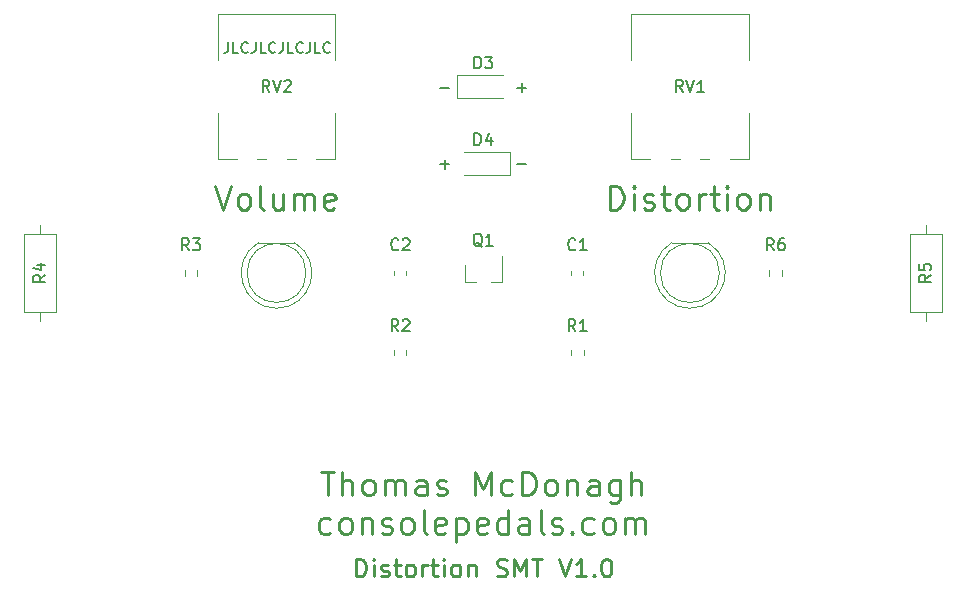
<source format=gbr>
G04 #@! TF.GenerationSoftware,KiCad,Pcbnew,(5.1.7)-1*
G04 #@! TF.CreationDate,2022-04-10T18:55:10-05:00*
G04 #@! TF.ProjectId,ConsolePedalDistortionSMT,436f6e73-6f6c-4655-9065-64616c446973,rev?*
G04 #@! TF.SameCoordinates,Original*
G04 #@! TF.FileFunction,Legend,Top*
G04 #@! TF.FilePolarity,Positive*
%FSLAX46Y46*%
G04 Gerber Fmt 4.6, Leading zero omitted, Abs format (unit mm)*
G04 Created by KiCad (PCBNEW (5.1.7)-1) date 2022-04-10 18:55:10*
%MOMM*%
%LPD*%
G01*
G04 APERTURE LIST*
%ADD10C,0.150000*%
%ADD11C,0.250000*%
%ADD12C,0.120000*%
G04 APERTURE END LIST*
D10*
X129119047Y-80571428D02*
X129880952Y-80571428D01*
X129119047Y-87071428D02*
X129880952Y-87071428D01*
X129500000Y-87452380D02*
X129500000Y-86690476D01*
X135619047Y-80571428D02*
X136380952Y-80571428D01*
X136000000Y-80952380D02*
X136000000Y-80190476D01*
X135619047Y-87071428D02*
X136380952Y-87071428D01*
D11*
X143488095Y-90904761D02*
X143488095Y-88904761D01*
X143964285Y-88904761D01*
X144250000Y-89000000D01*
X144440476Y-89190476D01*
X144535714Y-89380952D01*
X144630952Y-89761904D01*
X144630952Y-90047619D01*
X144535714Y-90428571D01*
X144440476Y-90619047D01*
X144250000Y-90809523D01*
X143964285Y-90904761D01*
X143488095Y-90904761D01*
X145488095Y-90904761D02*
X145488095Y-89571428D01*
X145488095Y-88904761D02*
X145392857Y-89000000D01*
X145488095Y-89095238D01*
X145583333Y-89000000D01*
X145488095Y-88904761D01*
X145488095Y-89095238D01*
X146345238Y-90809523D02*
X146535714Y-90904761D01*
X146916666Y-90904761D01*
X147107142Y-90809523D01*
X147202380Y-90619047D01*
X147202380Y-90523809D01*
X147107142Y-90333333D01*
X146916666Y-90238095D01*
X146630952Y-90238095D01*
X146440476Y-90142857D01*
X146345238Y-89952380D01*
X146345238Y-89857142D01*
X146440476Y-89666666D01*
X146630952Y-89571428D01*
X146916666Y-89571428D01*
X147107142Y-89666666D01*
X147773809Y-89571428D02*
X148535714Y-89571428D01*
X148059523Y-88904761D02*
X148059523Y-90619047D01*
X148154761Y-90809523D01*
X148345238Y-90904761D01*
X148535714Y-90904761D01*
X149488095Y-90904761D02*
X149297619Y-90809523D01*
X149202380Y-90714285D01*
X149107142Y-90523809D01*
X149107142Y-89952380D01*
X149202380Y-89761904D01*
X149297619Y-89666666D01*
X149488095Y-89571428D01*
X149773809Y-89571428D01*
X149964285Y-89666666D01*
X150059523Y-89761904D01*
X150154761Y-89952380D01*
X150154761Y-90523809D01*
X150059523Y-90714285D01*
X149964285Y-90809523D01*
X149773809Y-90904761D01*
X149488095Y-90904761D01*
X151011904Y-90904761D02*
X151011904Y-89571428D01*
X151011904Y-89952380D02*
X151107142Y-89761904D01*
X151202380Y-89666666D01*
X151392857Y-89571428D01*
X151583333Y-89571428D01*
X151964285Y-89571428D02*
X152726190Y-89571428D01*
X152250000Y-88904761D02*
X152250000Y-90619047D01*
X152345238Y-90809523D01*
X152535714Y-90904761D01*
X152726190Y-90904761D01*
X153392857Y-90904761D02*
X153392857Y-89571428D01*
X153392857Y-88904761D02*
X153297619Y-89000000D01*
X153392857Y-89095238D01*
X153488095Y-89000000D01*
X153392857Y-88904761D01*
X153392857Y-89095238D01*
X154630952Y-90904761D02*
X154440476Y-90809523D01*
X154345238Y-90714285D01*
X154250000Y-90523809D01*
X154250000Y-89952380D01*
X154345238Y-89761904D01*
X154440476Y-89666666D01*
X154630952Y-89571428D01*
X154916666Y-89571428D01*
X155107142Y-89666666D01*
X155202380Y-89761904D01*
X155297619Y-89952380D01*
X155297619Y-90523809D01*
X155202380Y-90714285D01*
X155107142Y-90809523D01*
X154916666Y-90904761D01*
X154630952Y-90904761D01*
X156154761Y-89571428D02*
X156154761Y-90904761D01*
X156154761Y-89761904D02*
X156250000Y-89666666D01*
X156440476Y-89571428D01*
X156726190Y-89571428D01*
X156916666Y-89666666D01*
X157011904Y-89857142D01*
X157011904Y-90904761D01*
X110059523Y-88904761D02*
X110726190Y-90904761D01*
X111392857Y-88904761D01*
X112345238Y-90904761D02*
X112154761Y-90809523D01*
X112059523Y-90714285D01*
X111964285Y-90523809D01*
X111964285Y-89952380D01*
X112059523Y-89761904D01*
X112154761Y-89666666D01*
X112345238Y-89571428D01*
X112630952Y-89571428D01*
X112821428Y-89666666D01*
X112916666Y-89761904D01*
X113011904Y-89952380D01*
X113011904Y-90523809D01*
X112916666Y-90714285D01*
X112821428Y-90809523D01*
X112630952Y-90904761D01*
X112345238Y-90904761D01*
X114154761Y-90904761D02*
X113964285Y-90809523D01*
X113869047Y-90619047D01*
X113869047Y-88904761D01*
X115773809Y-89571428D02*
X115773809Y-90904761D01*
X114916666Y-89571428D02*
X114916666Y-90619047D01*
X115011904Y-90809523D01*
X115202380Y-90904761D01*
X115488095Y-90904761D01*
X115678571Y-90809523D01*
X115773809Y-90714285D01*
X116726190Y-90904761D02*
X116726190Y-89571428D01*
X116726190Y-89761904D02*
X116821428Y-89666666D01*
X117011904Y-89571428D01*
X117297619Y-89571428D01*
X117488095Y-89666666D01*
X117583333Y-89857142D01*
X117583333Y-90904761D01*
X117583333Y-89857142D02*
X117678571Y-89666666D01*
X117869047Y-89571428D01*
X118154761Y-89571428D01*
X118345238Y-89666666D01*
X118440476Y-89857142D01*
X118440476Y-90904761D01*
X120154761Y-90809523D02*
X119964285Y-90904761D01*
X119583333Y-90904761D01*
X119392857Y-90809523D01*
X119297619Y-90619047D01*
X119297619Y-89857142D01*
X119392857Y-89666666D01*
X119583333Y-89571428D01*
X119964285Y-89571428D01*
X120154761Y-89666666D01*
X120250000Y-89857142D01*
X120250000Y-90047619D01*
X119297619Y-90238095D01*
D10*
X111158857Y-76723142D02*
X111158857Y-77366000D01*
X111116000Y-77494571D01*
X111030285Y-77580285D01*
X110901714Y-77623142D01*
X110816000Y-77623142D01*
X112016000Y-77623142D02*
X111587428Y-77623142D01*
X111587428Y-76723142D01*
X112830285Y-77537428D02*
X112787428Y-77580285D01*
X112658857Y-77623142D01*
X112573142Y-77623142D01*
X112444571Y-77580285D01*
X112358857Y-77494571D01*
X112316000Y-77408857D01*
X112273142Y-77237428D01*
X112273142Y-77108857D01*
X112316000Y-76937428D01*
X112358857Y-76851714D01*
X112444571Y-76766000D01*
X112573142Y-76723142D01*
X112658857Y-76723142D01*
X112787428Y-76766000D01*
X112830285Y-76808857D01*
X113473142Y-76723142D02*
X113473142Y-77366000D01*
X113430285Y-77494571D01*
X113344571Y-77580285D01*
X113216000Y-77623142D01*
X113130285Y-77623142D01*
X114330285Y-77623142D02*
X113901714Y-77623142D01*
X113901714Y-76723142D01*
X115144571Y-77537428D02*
X115101714Y-77580285D01*
X114973142Y-77623142D01*
X114887428Y-77623142D01*
X114758857Y-77580285D01*
X114673142Y-77494571D01*
X114630285Y-77408857D01*
X114587428Y-77237428D01*
X114587428Y-77108857D01*
X114630285Y-76937428D01*
X114673142Y-76851714D01*
X114758857Y-76766000D01*
X114887428Y-76723142D01*
X114973142Y-76723142D01*
X115101714Y-76766000D01*
X115144571Y-76808857D01*
X115787428Y-76723142D02*
X115787428Y-77366000D01*
X115744571Y-77494571D01*
X115658857Y-77580285D01*
X115530285Y-77623142D01*
X115444571Y-77623142D01*
X116644571Y-77623142D02*
X116216000Y-77623142D01*
X116216000Y-76723142D01*
X117458857Y-77537428D02*
X117416000Y-77580285D01*
X117287428Y-77623142D01*
X117201714Y-77623142D01*
X117073142Y-77580285D01*
X116987428Y-77494571D01*
X116944571Y-77408857D01*
X116901714Y-77237428D01*
X116901714Y-77108857D01*
X116944571Y-76937428D01*
X116987428Y-76851714D01*
X117073142Y-76766000D01*
X117201714Y-76723142D01*
X117287428Y-76723142D01*
X117416000Y-76766000D01*
X117458857Y-76808857D01*
X118101714Y-76723142D02*
X118101714Y-77366000D01*
X118058857Y-77494571D01*
X117973142Y-77580285D01*
X117844571Y-77623142D01*
X117758857Y-77623142D01*
X118958857Y-77623142D02*
X118530285Y-77623142D01*
X118530285Y-76723142D01*
X119773142Y-77537428D02*
X119730285Y-77580285D01*
X119601714Y-77623142D01*
X119516000Y-77623142D01*
X119387428Y-77580285D01*
X119301714Y-77494571D01*
X119258857Y-77408857D01*
X119216000Y-77237428D01*
X119216000Y-77108857D01*
X119258857Y-76937428D01*
X119301714Y-76851714D01*
X119387428Y-76766000D01*
X119516000Y-76723142D01*
X119601714Y-76723142D01*
X119730285Y-76766000D01*
X119773142Y-76808857D01*
D11*
X121964285Y-121963571D02*
X121964285Y-120463571D01*
X122321428Y-120463571D01*
X122535714Y-120535000D01*
X122678571Y-120677857D01*
X122750000Y-120820714D01*
X122821428Y-121106428D01*
X122821428Y-121320714D01*
X122750000Y-121606428D01*
X122678571Y-121749285D01*
X122535714Y-121892142D01*
X122321428Y-121963571D01*
X121964285Y-121963571D01*
X123464285Y-121963571D02*
X123464285Y-120963571D01*
X123464285Y-120463571D02*
X123392857Y-120535000D01*
X123464285Y-120606428D01*
X123535714Y-120535000D01*
X123464285Y-120463571D01*
X123464285Y-120606428D01*
X124107142Y-121892142D02*
X124250000Y-121963571D01*
X124535714Y-121963571D01*
X124678571Y-121892142D01*
X124750000Y-121749285D01*
X124750000Y-121677857D01*
X124678571Y-121535000D01*
X124535714Y-121463571D01*
X124321428Y-121463571D01*
X124178571Y-121392142D01*
X124107142Y-121249285D01*
X124107142Y-121177857D01*
X124178571Y-121035000D01*
X124321428Y-120963571D01*
X124535714Y-120963571D01*
X124678571Y-121035000D01*
X125178571Y-120963571D02*
X125750000Y-120963571D01*
X125392857Y-120463571D02*
X125392857Y-121749285D01*
X125464285Y-121892142D01*
X125607142Y-121963571D01*
X125750000Y-121963571D01*
X126464285Y-121963571D02*
X126321428Y-121892142D01*
X126250000Y-121820714D01*
X126178571Y-121677857D01*
X126178571Y-121249285D01*
X126250000Y-121106428D01*
X126321428Y-121035000D01*
X126464285Y-120963571D01*
X126678571Y-120963571D01*
X126821428Y-121035000D01*
X126892857Y-121106428D01*
X126964285Y-121249285D01*
X126964285Y-121677857D01*
X126892857Y-121820714D01*
X126821428Y-121892142D01*
X126678571Y-121963571D01*
X126464285Y-121963571D01*
X127607142Y-121963571D02*
X127607142Y-120963571D01*
X127607142Y-121249285D02*
X127678571Y-121106428D01*
X127750000Y-121035000D01*
X127892857Y-120963571D01*
X128035714Y-120963571D01*
X128321428Y-120963571D02*
X128892857Y-120963571D01*
X128535714Y-120463571D02*
X128535714Y-121749285D01*
X128607142Y-121892142D01*
X128750000Y-121963571D01*
X128892857Y-121963571D01*
X129392857Y-121963571D02*
X129392857Y-120963571D01*
X129392857Y-120463571D02*
X129321428Y-120535000D01*
X129392857Y-120606428D01*
X129464285Y-120535000D01*
X129392857Y-120463571D01*
X129392857Y-120606428D01*
X130321428Y-121963571D02*
X130178571Y-121892142D01*
X130107142Y-121820714D01*
X130035714Y-121677857D01*
X130035714Y-121249285D01*
X130107142Y-121106428D01*
X130178571Y-121035000D01*
X130321428Y-120963571D01*
X130535714Y-120963571D01*
X130678571Y-121035000D01*
X130750000Y-121106428D01*
X130821428Y-121249285D01*
X130821428Y-121677857D01*
X130750000Y-121820714D01*
X130678571Y-121892142D01*
X130535714Y-121963571D01*
X130321428Y-121963571D01*
X131464285Y-120963571D02*
X131464285Y-121963571D01*
X131464285Y-121106428D02*
X131535714Y-121035000D01*
X131678571Y-120963571D01*
X131892857Y-120963571D01*
X132035714Y-121035000D01*
X132107142Y-121177857D01*
X132107142Y-121963571D01*
X133892857Y-121892142D02*
X134107142Y-121963571D01*
X134464285Y-121963571D01*
X134607142Y-121892142D01*
X134678571Y-121820714D01*
X134750000Y-121677857D01*
X134750000Y-121535000D01*
X134678571Y-121392142D01*
X134607142Y-121320714D01*
X134464285Y-121249285D01*
X134178571Y-121177857D01*
X134035714Y-121106428D01*
X133964285Y-121035000D01*
X133892857Y-120892142D01*
X133892857Y-120749285D01*
X133964285Y-120606428D01*
X134035714Y-120535000D01*
X134178571Y-120463571D01*
X134535714Y-120463571D01*
X134750000Y-120535000D01*
X135392857Y-121963571D02*
X135392857Y-120463571D01*
X135892857Y-121535000D01*
X136392857Y-120463571D01*
X136392857Y-121963571D01*
X136892857Y-120463571D02*
X137750000Y-120463571D01*
X137321428Y-121963571D02*
X137321428Y-120463571D01*
X139178571Y-120463571D02*
X139678571Y-121963571D01*
X140178571Y-120463571D01*
X141464285Y-121963571D02*
X140607142Y-121963571D01*
X141035714Y-121963571D02*
X141035714Y-120463571D01*
X140892857Y-120677857D01*
X140750000Y-120820714D01*
X140607142Y-120892142D01*
X142107142Y-121820714D02*
X142178571Y-121892142D01*
X142107142Y-121963571D01*
X142035714Y-121892142D01*
X142107142Y-121820714D01*
X142107142Y-121963571D01*
X143107142Y-120463571D02*
X143250000Y-120463571D01*
X143392857Y-120535000D01*
X143464285Y-120606428D01*
X143535714Y-120749285D01*
X143607142Y-121035000D01*
X143607142Y-121392142D01*
X143535714Y-121677857D01*
X143464285Y-121820714D01*
X143392857Y-121892142D01*
X143250000Y-121963571D01*
X143107142Y-121963571D01*
X142964285Y-121892142D01*
X142892857Y-121820714D01*
X142821428Y-121677857D01*
X142750000Y-121392142D01*
X142750000Y-121035000D01*
X142821428Y-120749285D01*
X142892857Y-120606428D01*
X142964285Y-120535000D01*
X143107142Y-120463571D01*
X119000714Y-113103761D02*
X120143571Y-113103761D01*
X119572142Y-115103761D02*
X119572142Y-113103761D01*
X120810238Y-115103761D02*
X120810238Y-113103761D01*
X121667380Y-115103761D02*
X121667380Y-114056142D01*
X121572142Y-113865666D01*
X121381666Y-113770428D01*
X121095952Y-113770428D01*
X120905476Y-113865666D01*
X120810238Y-113960904D01*
X122905476Y-115103761D02*
X122715000Y-115008523D01*
X122619761Y-114913285D01*
X122524523Y-114722809D01*
X122524523Y-114151380D01*
X122619761Y-113960904D01*
X122715000Y-113865666D01*
X122905476Y-113770428D01*
X123191190Y-113770428D01*
X123381666Y-113865666D01*
X123476904Y-113960904D01*
X123572142Y-114151380D01*
X123572142Y-114722809D01*
X123476904Y-114913285D01*
X123381666Y-115008523D01*
X123191190Y-115103761D01*
X122905476Y-115103761D01*
X124429285Y-115103761D02*
X124429285Y-113770428D01*
X124429285Y-113960904D02*
X124524523Y-113865666D01*
X124715000Y-113770428D01*
X125000714Y-113770428D01*
X125191190Y-113865666D01*
X125286428Y-114056142D01*
X125286428Y-115103761D01*
X125286428Y-114056142D02*
X125381666Y-113865666D01*
X125572142Y-113770428D01*
X125857857Y-113770428D01*
X126048333Y-113865666D01*
X126143571Y-114056142D01*
X126143571Y-115103761D01*
X127953095Y-115103761D02*
X127953095Y-114056142D01*
X127857857Y-113865666D01*
X127667380Y-113770428D01*
X127286428Y-113770428D01*
X127095952Y-113865666D01*
X127953095Y-115008523D02*
X127762619Y-115103761D01*
X127286428Y-115103761D01*
X127095952Y-115008523D01*
X127000714Y-114818047D01*
X127000714Y-114627571D01*
X127095952Y-114437095D01*
X127286428Y-114341857D01*
X127762619Y-114341857D01*
X127953095Y-114246619D01*
X128810238Y-115008523D02*
X129000714Y-115103761D01*
X129381666Y-115103761D01*
X129572142Y-115008523D01*
X129667380Y-114818047D01*
X129667380Y-114722809D01*
X129572142Y-114532333D01*
X129381666Y-114437095D01*
X129095952Y-114437095D01*
X128905476Y-114341857D01*
X128810238Y-114151380D01*
X128810238Y-114056142D01*
X128905476Y-113865666D01*
X129095952Y-113770428D01*
X129381666Y-113770428D01*
X129572142Y-113865666D01*
X132048333Y-115103761D02*
X132048333Y-113103761D01*
X132715000Y-114532333D01*
X133381666Y-113103761D01*
X133381666Y-115103761D01*
X135191190Y-115008523D02*
X135000714Y-115103761D01*
X134619761Y-115103761D01*
X134429285Y-115008523D01*
X134334047Y-114913285D01*
X134238809Y-114722809D01*
X134238809Y-114151380D01*
X134334047Y-113960904D01*
X134429285Y-113865666D01*
X134619761Y-113770428D01*
X135000714Y-113770428D01*
X135191190Y-113865666D01*
X136048333Y-115103761D02*
X136048333Y-113103761D01*
X136524523Y-113103761D01*
X136810238Y-113199000D01*
X137000714Y-113389476D01*
X137095952Y-113579952D01*
X137191190Y-113960904D01*
X137191190Y-114246619D01*
X137095952Y-114627571D01*
X137000714Y-114818047D01*
X136810238Y-115008523D01*
X136524523Y-115103761D01*
X136048333Y-115103761D01*
X138334047Y-115103761D02*
X138143571Y-115008523D01*
X138048333Y-114913285D01*
X137953095Y-114722809D01*
X137953095Y-114151380D01*
X138048333Y-113960904D01*
X138143571Y-113865666D01*
X138334047Y-113770428D01*
X138619761Y-113770428D01*
X138810238Y-113865666D01*
X138905476Y-113960904D01*
X139000714Y-114151380D01*
X139000714Y-114722809D01*
X138905476Y-114913285D01*
X138810238Y-115008523D01*
X138619761Y-115103761D01*
X138334047Y-115103761D01*
X139857857Y-113770428D02*
X139857857Y-115103761D01*
X139857857Y-113960904D02*
X139953095Y-113865666D01*
X140143571Y-113770428D01*
X140429285Y-113770428D01*
X140619761Y-113865666D01*
X140715000Y-114056142D01*
X140715000Y-115103761D01*
X142524523Y-115103761D02*
X142524523Y-114056142D01*
X142429285Y-113865666D01*
X142238809Y-113770428D01*
X141857857Y-113770428D01*
X141667380Y-113865666D01*
X142524523Y-115008523D02*
X142334047Y-115103761D01*
X141857857Y-115103761D01*
X141667380Y-115008523D01*
X141572142Y-114818047D01*
X141572142Y-114627571D01*
X141667380Y-114437095D01*
X141857857Y-114341857D01*
X142334047Y-114341857D01*
X142524523Y-114246619D01*
X144334047Y-113770428D02*
X144334047Y-115389476D01*
X144238809Y-115579952D01*
X144143571Y-115675190D01*
X143953095Y-115770428D01*
X143667380Y-115770428D01*
X143476904Y-115675190D01*
X144334047Y-115008523D02*
X144143571Y-115103761D01*
X143762619Y-115103761D01*
X143572142Y-115008523D01*
X143476904Y-114913285D01*
X143381666Y-114722809D01*
X143381666Y-114151380D01*
X143476904Y-113960904D01*
X143572142Y-113865666D01*
X143762619Y-113770428D01*
X144143571Y-113770428D01*
X144334047Y-113865666D01*
X145286428Y-115103761D02*
X145286428Y-113103761D01*
X146143571Y-115103761D02*
X146143571Y-114056142D01*
X146048333Y-113865666D01*
X145857857Y-113770428D01*
X145572142Y-113770428D01*
X145381666Y-113865666D01*
X145286428Y-113960904D01*
X119810238Y-118258523D02*
X119619761Y-118353761D01*
X119238809Y-118353761D01*
X119048333Y-118258523D01*
X118953095Y-118163285D01*
X118857857Y-117972809D01*
X118857857Y-117401380D01*
X118953095Y-117210904D01*
X119048333Y-117115666D01*
X119238809Y-117020428D01*
X119619761Y-117020428D01*
X119810238Y-117115666D01*
X120953095Y-118353761D02*
X120762619Y-118258523D01*
X120667380Y-118163285D01*
X120572142Y-117972809D01*
X120572142Y-117401380D01*
X120667380Y-117210904D01*
X120762619Y-117115666D01*
X120953095Y-117020428D01*
X121238809Y-117020428D01*
X121429285Y-117115666D01*
X121524523Y-117210904D01*
X121619761Y-117401380D01*
X121619761Y-117972809D01*
X121524523Y-118163285D01*
X121429285Y-118258523D01*
X121238809Y-118353761D01*
X120953095Y-118353761D01*
X122476904Y-117020428D02*
X122476904Y-118353761D01*
X122476904Y-117210904D02*
X122572142Y-117115666D01*
X122762619Y-117020428D01*
X123048333Y-117020428D01*
X123238809Y-117115666D01*
X123334047Y-117306142D01*
X123334047Y-118353761D01*
X124191190Y-118258523D02*
X124381666Y-118353761D01*
X124762619Y-118353761D01*
X124953095Y-118258523D01*
X125048333Y-118068047D01*
X125048333Y-117972809D01*
X124953095Y-117782333D01*
X124762619Y-117687095D01*
X124476904Y-117687095D01*
X124286428Y-117591857D01*
X124191190Y-117401380D01*
X124191190Y-117306142D01*
X124286428Y-117115666D01*
X124476904Y-117020428D01*
X124762619Y-117020428D01*
X124953095Y-117115666D01*
X126191190Y-118353761D02*
X126000714Y-118258523D01*
X125905476Y-118163285D01*
X125810238Y-117972809D01*
X125810238Y-117401380D01*
X125905476Y-117210904D01*
X126000714Y-117115666D01*
X126191190Y-117020428D01*
X126476904Y-117020428D01*
X126667380Y-117115666D01*
X126762619Y-117210904D01*
X126857857Y-117401380D01*
X126857857Y-117972809D01*
X126762619Y-118163285D01*
X126667380Y-118258523D01*
X126476904Y-118353761D01*
X126191190Y-118353761D01*
X128000714Y-118353761D02*
X127810238Y-118258523D01*
X127715000Y-118068047D01*
X127715000Y-116353761D01*
X129524523Y-118258523D02*
X129334047Y-118353761D01*
X128953095Y-118353761D01*
X128762619Y-118258523D01*
X128667380Y-118068047D01*
X128667380Y-117306142D01*
X128762619Y-117115666D01*
X128953095Y-117020428D01*
X129334047Y-117020428D01*
X129524523Y-117115666D01*
X129619761Y-117306142D01*
X129619761Y-117496619D01*
X128667380Y-117687095D01*
X130476904Y-117020428D02*
X130476904Y-119020428D01*
X130476904Y-117115666D02*
X130667380Y-117020428D01*
X131048333Y-117020428D01*
X131238809Y-117115666D01*
X131334047Y-117210904D01*
X131429285Y-117401380D01*
X131429285Y-117972809D01*
X131334047Y-118163285D01*
X131238809Y-118258523D01*
X131048333Y-118353761D01*
X130667380Y-118353761D01*
X130476904Y-118258523D01*
X133048333Y-118258523D02*
X132857857Y-118353761D01*
X132476904Y-118353761D01*
X132286428Y-118258523D01*
X132191190Y-118068047D01*
X132191190Y-117306142D01*
X132286428Y-117115666D01*
X132476904Y-117020428D01*
X132857857Y-117020428D01*
X133048333Y-117115666D01*
X133143571Y-117306142D01*
X133143571Y-117496619D01*
X132191190Y-117687095D01*
X134857857Y-118353761D02*
X134857857Y-116353761D01*
X134857857Y-118258523D02*
X134667380Y-118353761D01*
X134286428Y-118353761D01*
X134095952Y-118258523D01*
X134000714Y-118163285D01*
X133905476Y-117972809D01*
X133905476Y-117401380D01*
X134000714Y-117210904D01*
X134095952Y-117115666D01*
X134286428Y-117020428D01*
X134667380Y-117020428D01*
X134857857Y-117115666D01*
X136667380Y-118353761D02*
X136667380Y-117306142D01*
X136572142Y-117115666D01*
X136381666Y-117020428D01*
X136000714Y-117020428D01*
X135810238Y-117115666D01*
X136667380Y-118258523D02*
X136476904Y-118353761D01*
X136000714Y-118353761D01*
X135810238Y-118258523D01*
X135715000Y-118068047D01*
X135715000Y-117877571D01*
X135810238Y-117687095D01*
X136000714Y-117591857D01*
X136476904Y-117591857D01*
X136667380Y-117496619D01*
X137905476Y-118353761D02*
X137715000Y-118258523D01*
X137619761Y-118068047D01*
X137619761Y-116353761D01*
X138572142Y-118258523D02*
X138762619Y-118353761D01*
X139143571Y-118353761D01*
X139334047Y-118258523D01*
X139429285Y-118068047D01*
X139429285Y-117972809D01*
X139334047Y-117782333D01*
X139143571Y-117687095D01*
X138857857Y-117687095D01*
X138667380Y-117591857D01*
X138572142Y-117401380D01*
X138572142Y-117306142D01*
X138667380Y-117115666D01*
X138857857Y-117020428D01*
X139143571Y-117020428D01*
X139334047Y-117115666D01*
X140286428Y-118163285D02*
X140381666Y-118258523D01*
X140286428Y-118353761D01*
X140191190Y-118258523D01*
X140286428Y-118163285D01*
X140286428Y-118353761D01*
X142095952Y-118258523D02*
X141905476Y-118353761D01*
X141524523Y-118353761D01*
X141334047Y-118258523D01*
X141238809Y-118163285D01*
X141143571Y-117972809D01*
X141143571Y-117401380D01*
X141238809Y-117210904D01*
X141334047Y-117115666D01*
X141524523Y-117020428D01*
X141905476Y-117020428D01*
X142095952Y-117115666D01*
X143238809Y-118353761D02*
X143048333Y-118258523D01*
X142953095Y-118163285D01*
X142857857Y-117972809D01*
X142857857Y-117401380D01*
X142953095Y-117210904D01*
X143048333Y-117115666D01*
X143238809Y-117020428D01*
X143524523Y-117020428D01*
X143715000Y-117115666D01*
X143810238Y-117210904D01*
X143905476Y-117401380D01*
X143905476Y-117972809D01*
X143810238Y-118163285D01*
X143715000Y-118258523D01*
X143524523Y-118353761D01*
X143238809Y-118353761D01*
X144762619Y-118353761D02*
X144762619Y-117020428D01*
X144762619Y-117210904D02*
X144857857Y-117115666D01*
X145048333Y-117020428D01*
X145334047Y-117020428D01*
X145524523Y-117115666D01*
X145619761Y-117306142D01*
X145619761Y-118353761D01*
X145619761Y-117306142D02*
X145715000Y-117115666D01*
X145905476Y-117020428D01*
X146191190Y-117020428D01*
X146381666Y-117115666D01*
X146476904Y-117306142D01*
X146476904Y-118353761D01*
D12*
G04 #@! TO.C,R5*
X168845000Y-99540000D02*
X171585000Y-99540000D01*
X171585000Y-99540000D02*
X171585000Y-93000000D01*
X171585000Y-93000000D02*
X168845000Y-93000000D01*
X168845000Y-93000000D02*
X168845000Y-99540000D01*
X170215000Y-100310000D02*
X170215000Y-99540000D01*
X170215000Y-92230000D02*
X170215000Y-93000000D01*
G04 #@! TO.C,D1*
X117750000Y-96270000D02*
G75*
G03*
X117750000Y-96270000I-2500000J0D01*
G01*
X116795000Y-93710000D02*
X113705000Y-93710000D01*
X115249538Y-99260000D02*
G75*
G03*
X116794830Y-93710000I462J2990000D01*
G01*
X115250462Y-99260000D02*
G75*
G02*
X113705170Y-93710000I-462J2990000D01*
G01*
G04 #@! TO.C,D2*
X151795000Y-93710000D02*
X148705000Y-93710000D01*
X152750000Y-96270000D02*
G75*
G03*
X152750000Y-96270000I-2500000J0D01*
G01*
X150250462Y-99260000D02*
G75*
G02*
X148705170Y-93710000I-462J2990000D01*
G01*
X150249538Y-99260000D02*
G75*
G03*
X151794830Y-93710000I462J2990000D01*
G01*
G04 #@! TO.C,RV1*
X145280000Y-74380000D02*
X155220000Y-74380000D01*
X153620000Y-86620000D02*
X155220000Y-86620000D01*
X151121000Y-86620000D02*
X151880000Y-86620000D01*
X148621000Y-86620000D02*
X149380000Y-86620000D01*
X145280000Y-86620000D02*
X146879000Y-86620000D01*
X155220000Y-78245000D02*
X155220000Y-74380000D01*
X155220000Y-86620000D02*
X155220000Y-82755000D01*
X145280000Y-78245000D02*
X145280000Y-74380000D01*
X145280000Y-86620000D02*
X145280000Y-82755000D01*
G04 #@! TO.C,RV2*
X110280000Y-86620000D02*
X110280000Y-82755000D01*
X110280000Y-78245000D02*
X110280000Y-74380000D01*
X120220000Y-86620000D02*
X120220000Y-82755000D01*
X120220000Y-78245000D02*
X120220000Y-74380000D01*
X110280000Y-86620000D02*
X111879000Y-86620000D01*
X113621000Y-86620000D02*
X114380000Y-86620000D01*
X116121000Y-86620000D02*
X116880000Y-86620000D01*
X118620000Y-86620000D02*
X120220000Y-86620000D01*
X110280000Y-74380000D02*
X120220000Y-74380000D01*
G04 #@! TO.C,C1*
X140215000Y-96410580D02*
X140215000Y-96129420D01*
X141235000Y-96410580D02*
X141235000Y-96129420D01*
G04 #@! TO.C,C2*
X125215000Y-96129420D02*
X125215000Y-96410580D01*
X126235000Y-96129420D02*
X126235000Y-96410580D01*
G04 #@! TO.C,D3*
X130500000Y-79500000D02*
X134400000Y-79500000D01*
X130500000Y-81500000D02*
X134400000Y-81500000D01*
X130500000Y-79500000D02*
X130500000Y-81500000D01*
G04 #@! TO.C,D4*
X135000000Y-88000000D02*
X135000000Y-86000000D01*
X135000000Y-86000000D02*
X131100000Y-86000000D01*
X135000000Y-88000000D02*
X131100000Y-88000000D01*
G04 #@! TO.C,Q1*
X131170000Y-97030000D02*
X131170000Y-95570000D01*
X134330000Y-97030000D02*
X134330000Y-94870000D01*
X134330000Y-97030000D02*
X133400000Y-97030000D01*
X131170000Y-97030000D02*
X132100000Y-97030000D01*
G04 #@! TO.C,R1*
X140202500Y-102762742D02*
X140202500Y-103237258D01*
X141247500Y-102762742D02*
X141247500Y-103237258D01*
G04 #@! TO.C,R2*
X125202500Y-103237258D02*
X125202500Y-102762742D01*
X126247500Y-103237258D02*
X126247500Y-102762742D01*
G04 #@! TO.C,R3*
X108522500Y-96507258D02*
X108522500Y-96032742D01*
X107477500Y-96507258D02*
X107477500Y-96032742D01*
G04 #@! TO.C,R4*
X95215000Y-92230000D02*
X95215000Y-93000000D01*
X95215000Y-100310000D02*
X95215000Y-99540000D01*
X93845000Y-93000000D02*
X93845000Y-99540000D01*
X96585000Y-93000000D02*
X93845000Y-93000000D01*
X96585000Y-99540000D02*
X96585000Y-93000000D01*
X93845000Y-99540000D02*
X96585000Y-99540000D01*
G04 #@! TO.C,R6*
X156977500Y-96507258D02*
X156977500Y-96032742D01*
X158022500Y-96507258D02*
X158022500Y-96032742D01*
G04 #@! TO.C,R5*
D10*
X170667380Y-96436666D02*
X170191190Y-96770000D01*
X170667380Y-97008095D02*
X169667380Y-97008095D01*
X169667380Y-96627142D01*
X169715000Y-96531904D01*
X169762619Y-96484285D01*
X169857857Y-96436666D01*
X170000714Y-96436666D01*
X170095952Y-96484285D01*
X170143571Y-96531904D01*
X170191190Y-96627142D01*
X170191190Y-97008095D01*
X169667380Y-95531904D02*
X169667380Y-96008095D01*
X170143571Y-96055714D01*
X170095952Y-96008095D01*
X170048333Y-95912857D01*
X170048333Y-95674761D01*
X170095952Y-95579523D01*
X170143571Y-95531904D01*
X170238809Y-95484285D01*
X170476904Y-95484285D01*
X170572142Y-95531904D01*
X170619761Y-95579523D01*
X170667380Y-95674761D01*
X170667380Y-95912857D01*
X170619761Y-96008095D01*
X170572142Y-96055714D01*
G04 #@! TO.C,RV1*
X149654761Y-80952380D02*
X149321428Y-80476190D01*
X149083333Y-80952380D02*
X149083333Y-79952380D01*
X149464285Y-79952380D01*
X149559523Y-80000000D01*
X149607142Y-80047619D01*
X149654761Y-80142857D01*
X149654761Y-80285714D01*
X149607142Y-80380952D01*
X149559523Y-80428571D01*
X149464285Y-80476190D01*
X149083333Y-80476190D01*
X149940476Y-79952380D02*
X150273809Y-80952380D01*
X150607142Y-79952380D01*
X151464285Y-80952380D02*
X150892857Y-80952380D01*
X151178571Y-80952380D02*
X151178571Y-79952380D01*
X151083333Y-80095238D01*
X150988095Y-80190476D01*
X150892857Y-80238095D01*
G04 #@! TO.C,RV2*
X114654761Y-80952380D02*
X114321428Y-80476190D01*
X114083333Y-80952380D02*
X114083333Y-79952380D01*
X114464285Y-79952380D01*
X114559523Y-80000000D01*
X114607142Y-80047619D01*
X114654761Y-80142857D01*
X114654761Y-80285714D01*
X114607142Y-80380952D01*
X114559523Y-80428571D01*
X114464285Y-80476190D01*
X114083333Y-80476190D01*
X114940476Y-79952380D02*
X115273809Y-80952380D01*
X115607142Y-79952380D01*
X115892857Y-80047619D02*
X115940476Y-80000000D01*
X116035714Y-79952380D01*
X116273809Y-79952380D01*
X116369047Y-80000000D01*
X116416666Y-80047619D01*
X116464285Y-80142857D01*
X116464285Y-80238095D01*
X116416666Y-80380952D01*
X115845238Y-80952380D01*
X116464285Y-80952380D01*
G04 #@! TO.C,C1*
X140558333Y-94257142D02*
X140510714Y-94304761D01*
X140367857Y-94352380D01*
X140272619Y-94352380D01*
X140129761Y-94304761D01*
X140034523Y-94209523D01*
X139986904Y-94114285D01*
X139939285Y-93923809D01*
X139939285Y-93780952D01*
X139986904Y-93590476D01*
X140034523Y-93495238D01*
X140129761Y-93400000D01*
X140272619Y-93352380D01*
X140367857Y-93352380D01*
X140510714Y-93400000D01*
X140558333Y-93447619D01*
X141510714Y-94352380D02*
X140939285Y-94352380D01*
X141225000Y-94352380D02*
X141225000Y-93352380D01*
X141129761Y-93495238D01*
X141034523Y-93590476D01*
X140939285Y-93638095D01*
G04 #@! TO.C,C2*
X125558333Y-94257142D02*
X125510714Y-94304761D01*
X125367857Y-94352380D01*
X125272619Y-94352380D01*
X125129761Y-94304761D01*
X125034523Y-94209523D01*
X124986904Y-94114285D01*
X124939285Y-93923809D01*
X124939285Y-93780952D01*
X124986904Y-93590476D01*
X125034523Y-93495238D01*
X125129761Y-93400000D01*
X125272619Y-93352380D01*
X125367857Y-93352380D01*
X125510714Y-93400000D01*
X125558333Y-93447619D01*
X125939285Y-93447619D02*
X125986904Y-93400000D01*
X126082142Y-93352380D01*
X126320238Y-93352380D01*
X126415476Y-93400000D01*
X126463095Y-93447619D01*
X126510714Y-93542857D01*
X126510714Y-93638095D01*
X126463095Y-93780952D01*
X125891666Y-94352380D01*
X126510714Y-94352380D01*
G04 #@! TO.C,D3*
X132011904Y-78952380D02*
X132011904Y-77952380D01*
X132250000Y-77952380D01*
X132392857Y-78000000D01*
X132488095Y-78095238D01*
X132535714Y-78190476D01*
X132583333Y-78380952D01*
X132583333Y-78523809D01*
X132535714Y-78714285D01*
X132488095Y-78809523D01*
X132392857Y-78904761D01*
X132250000Y-78952380D01*
X132011904Y-78952380D01*
X132916666Y-77952380D02*
X133535714Y-77952380D01*
X133202380Y-78333333D01*
X133345238Y-78333333D01*
X133440476Y-78380952D01*
X133488095Y-78428571D01*
X133535714Y-78523809D01*
X133535714Y-78761904D01*
X133488095Y-78857142D01*
X133440476Y-78904761D01*
X133345238Y-78952380D01*
X133059523Y-78952380D01*
X132964285Y-78904761D01*
X132916666Y-78857142D01*
G04 #@! TO.C,D4*
X132011904Y-85452380D02*
X132011904Y-84452380D01*
X132250000Y-84452380D01*
X132392857Y-84500000D01*
X132488095Y-84595238D01*
X132535714Y-84690476D01*
X132583333Y-84880952D01*
X132583333Y-85023809D01*
X132535714Y-85214285D01*
X132488095Y-85309523D01*
X132392857Y-85404761D01*
X132250000Y-85452380D01*
X132011904Y-85452380D01*
X133440476Y-84785714D02*
X133440476Y-85452380D01*
X133202380Y-84404761D02*
X132964285Y-85119047D01*
X133583333Y-85119047D01*
G04 #@! TO.C,Q1*
X132654761Y-94047619D02*
X132559523Y-94000000D01*
X132464285Y-93904761D01*
X132321428Y-93761904D01*
X132226190Y-93714285D01*
X132130952Y-93714285D01*
X132178571Y-93952380D02*
X132083333Y-93904761D01*
X131988095Y-93809523D01*
X131940476Y-93619047D01*
X131940476Y-93285714D01*
X131988095Y-93095238D01*
X132083333Y-93000000D01*
X132178571Y-92952380D01*
X132369047Y-92952380D01*
X132464285Y-93000000D01*
X132559523Y-93095238D01*
X132607142Y-93285714D01*
X132607142Y-93619047D01*
X132559523Y-93809523D01*
X132464285Y-93904761D01*
X132369047Y-93952380D01*
X132178571Y-93952380D01*
X133559523Y-93952380D02*
X132988095Y-93952380D01*
X133273809Y-93952380D02*
X133273809Y-92952380D01*
X133178571Y-93095238D01*
X133083333Y-93190476D01*
X132988095Y-93238095D01*
G04 #@! TO.C,R1*
X140558333Y-101202380D02*
X140225000Y-100726190D01*
X139986904Y-101202380D02*
X139986904Y-100202380D01*
X140367857Y-100202380D01*
X140463095Y-100250000D01*
X140510714Y-100297619D01*
X140558333Y-100392857D01*
X140558333Y-100535714D01*
X140510714Y-100630952D01*
X140463095Y-100678571D01*
X140367857Y-100726190D01*
X139986904Y-100726190D01*
X141510714Y-101202380D02*
X140939285Y-101202380D01*
X141225000Y-101202380D02*
X141225000Y-100202380D01*
X141129761Y-100345238D01*
X141034523Y-100440476D01*
X140939285Y-100488095D01*
G04 #@! TO.C,R2*
X125558333Y-101202380D02*
X125225000Y-100726190D01*
X124986904Y-101202380D02*
X124986904Y-100202380D01*
X125367857Y-100202380D01*
X125463095Y-100250000D01*
X125510714Y-100297619D01*
X125558333Y-100392857D01*
X125558333Y-100535714D01*
X125510714Y-100630952D01*
X125463095Y-100678571D01*
X125367857Y-100726190D01*
X124986904Y-100726190D01*
X125939285Y-100297619D02*
X125986904Y-100250000D01*
X126082142Y-100202380D01*
X126320238Y-100202380D01*
X126415476Y-100250000D01*
X126463095Y-100297619D01*
X126510714Y-100392857D01*
X126510714Y-100488095D01*
X126463095Y-100630952D01*
X125891666Y-101202380D01*
X126510714Y-101202380D01*
G04 #@! TO.C,R3*
X107833333Y-94352380D02*
X107500000Y-93876190D01*
X107261904Y-94352380D02*
X107261904Y-93352380D01*
X107642857Y-93352380D01*
X107738095Y-93400000D01*
X107785714Y-93447619D01*
X107833333Y-93542857D01*
X107833333Y-93685714D01*
X107785714Y-93780952D01*
X107738095Y-93828571D01*
X107642857Y-93876190D01*
X107261904Y-93876190D01*
X108166666Y-93352380D02*
X108785714Y-93352380D01*
X108452380Y-93733333D01*
X108595238Y-93733333D01*
X108690476Y-93780952D01*
X108738095Y-93828571D01*
X108785714Y-93923809D01*
X108785714Y-94161904D01*
X108738095Y-94257142D01*
X108690476Y-94304761D01*
X108595238Y-94352380D01*
X108309523Y-94352380D01*
X108214285Y-94304761D01*
X108166666Y-94257142D01*
G04 #@! TO.C,R4*
X95667380Y-96436666D02*
X95191190Y-96770000D01*
X95667380Y-97008095D02*
X94667380Y-97008095D01*
X94667380Y-96627142D01*
X94715000Y-96531904D01*
X94762619Y-96484285D01*
X94857857Y-96436666D01*
X95000714Y-96436666D01*
X95095952Y-96484285D01*
X95143571Y-96531904D01*
X95191190Y-96627142D01*
X95191190Y-97008095D01*
X95000714Y-95579523D02*
X95667380Y-95579523D01*
X94619761Y-95817619D02*
X95334047Y-96055714D01*
X95334047Y-95436666D01*
G04 #@! TO.C,R6*
X157333333Y-94352380D02*
X157000000Y-93876190D01*
X156761904Y-94352380D02*
X156761904Y-93352380D01*
X157142857Y-93352380D01*
X157238095Y-93400000D01*
X157285714Y-93447619D01*
X157333333Y-93542857D01*
X157333333Y-93685714D01*
X157285714Y-93780952D01*
X157238095Y-93828571D01*
X157142857Y-93876190D01*
X156761904Y-93876190D01*
X158190476Y-93352380D02*
X158000000Y-93352380D01*
X157904761Y-93400000D01*
X157857142Y-93447619D01*
X157761904Y-93590476D01*
X157714285Y-93780952D01*
X157714285Y-94161904D01*
X157761904Y-94257142D01*
X157809523Y-94304761D01*
X157904761Y-94352380D01*
X158095238Y-94352380D01*
X158190476Y-94304761D01*
X158238095Y-94257142D01*
X158285714Y-94161904D01*
X158285714Y-93923809D01*
X158238095Y-93828571D01*
X158190476Y-93780952D01*
X158095238Y-93733333D01*
X157904761Y-93733333D01*
X157809523Y-93780952D01*
X157761904Y-93828571D01*
X157714285Y-93923809D01*
G04 #@! TD*
M02*

</source>
